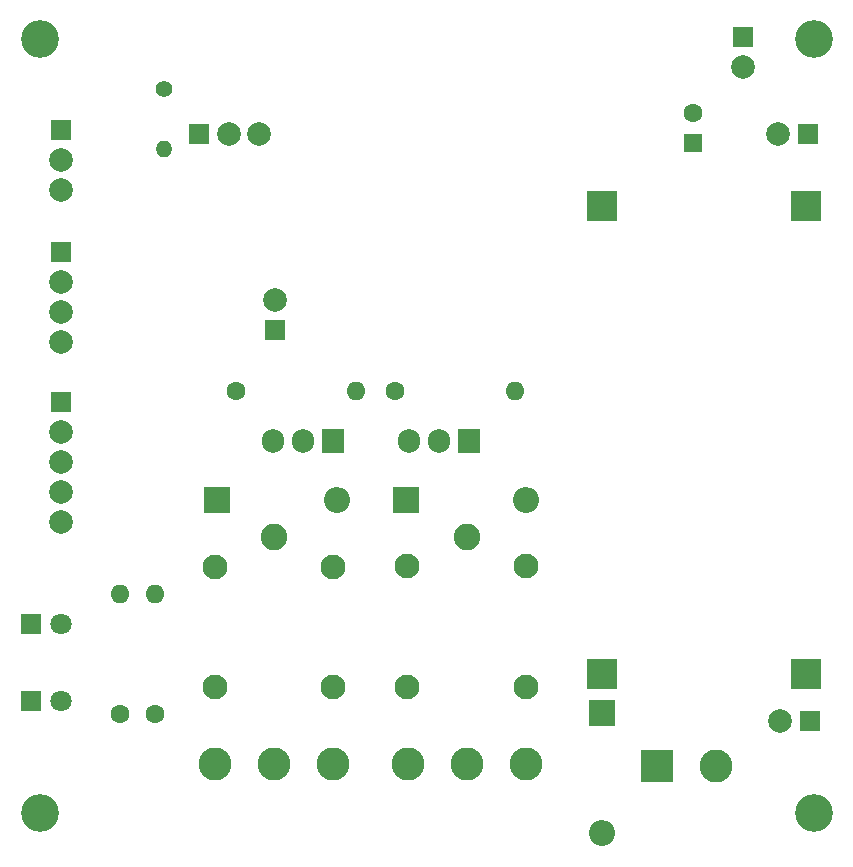
<source format=gbr>
%TF.GenerationSoftware,KiCad,Pcbnew,8.0.1*%
%TF.CreationDate,2024-09-28T14:19:56-03:00*%
%TF.ProjectId,AdeJiga,4164654a-6967-4612-9e6b-696361645f70,rev?*%
%TF.SameCoordinates,Original*%
%TF.FileFunction,Copper,L1,Top*%
%TF.FilePolarity,Positive*%
%FSLAX46Y46*%
G04 Gerber Fmt 4.6, Leading zero omitted, Abs format (unit mm)*
G04 Created by KiCad (PCBNEW 8.0.1) date 2024-09-28 14:19:56*
%MOMM*%
%LPD*%
G01*
G04 APERTURE LIST*
%TA.AperFunction,ComponentPad*%
%ADD10C,1.600000*%
%TD*%
%TA.AperFunction,ComponentPad*%
%ADD11O,1.600000X1.600000*%
%TD*%
%TA.AperFunction,ComponentPad*%
%ADD12R,1.700000X1.700000*%
%TD*%
%TA.AperFunction,ComponentPad*%
%ADD13C,2.000000*%
%TD*%
%TA.AperFunction,ComponentPad*%
%ADD14C,2.800000*%
%TD*%
%TA.AperFunction,ComponentPad*%
%ADD15R,1.905000X2.000000*%
%TD*%
%TA.AperFunction,ComponentPad*%
%ADD16O,1.905000X2.000000*%
%TD*%
%TA.AperFunction,ComponentPad*%
%ADD17R,2.200000X2.200000*%
%TD*%
%TA.AperFunction,ComponentPad*%
%ADD18O,2.200000X2.200000*%
%TD*%
%TA.AperFunction,ComponentPad*%
%ADD19C,3.200000*%
%TD*%
%TA.AperFunction,ComponentPad*%
%ADD20C,1.400000*%
%TD*%
%TA.AperFunction,ComponentPad*%
%ADD21O,1.400000X1.400000*%
%TD*%
%TA.AperFunction,ComponentPad*%
%ADD22R,2.500000X2.500000*%
%TD*%
%TA.AperFunction,ComponentPad*%
%ADD23C,2.250000*%
%TD*%
%TA.AperFunction,ComponentPad*%
%ADD24C,2.100000*%
%TD*%
%TA.AperFunction,ComponentPad*%
%ADD25R,1.600000X1.600000*%
%TD*%
%TA.AperFunction,ComponentPad*%
%ADD26R,2.800000X2.800000*%
%TD*%
%TA.AperFunction,ComponentPad*%
%ADD27R,1.800000X1.800000*%
%TD*%
%TA.AperFunction,ComponentPad*%
%ADD28C,1.800000*%
%TD*%
G04 APERTURE END LIST*
D10*
%TO.P,R4,1*%
%TO.N,Net-(D5-A)*%
X135000000Y-83360000D03*
D11*
%TO.P,R4,2*%
%TO.N,GPIO17*%
X135000000Y-73200000D03*
%TD*%
D12*
%TO.P,J5,1,Pin_1*%
%TO.N,GND*%
X145100000Y-50875000D03*
D13*
%TO.P,J5,2,Pin_2*%
%TO.N,boot*%
X145100000Y-48335000D03*
%TD*%
D14*
%TO.P,J1,1,Pin_1*%
%TO.N,Net-(J1-Pin_1)*%
X150040000Y-87600000D03*
%TO.P,J1,2,Pin_2*%
%TO.N,Net-(J1-Pin_2)*%
X145040000Y-87600000D03*
%TO.P,J1,3,Pin_3*%
%TO.N,Net-(J1-Pin_3)*%
X140040000Y-87600000D03*
%TD*%
D12*
%TO.P,J6,1,Pin_1*%
%TO.N,Net-(J6-Pin_1)*%
X138720000Y-34250000D03*
D13*
%TO.P,J6,2,Pin_2*%
%TO.N,RX*%
X141260000Y-34250000D03*
%TO.P,J6,3,Pin_3*%
%TO.N,TX*%
X143800000Y-34250000D03*
%TD*%
D14*
%TO.P,J3,1,Pin_1*%
%TO.N,Net-(J3-Pin_1)*%
X166400000Y-87600000D03*
%TO.P,J3,2,Pin_2*%
%TO.N,Net-(J3-Pin_2)*%
X161400000Y-87600000D03*
%TO.P,J3,3,Pin_3*%
%TO.N,Net-(J3-Pin_3)*%
X156400000Y-87600000D03*
%TD*%
D10*
%TO.P,R3,1*%
%TO.N,GPIO17*%
X155300000Y-56000000D03*
D11*
%TO.P,R3,2*%
%TO.N,Net-(Q3-B)*%
X165460000Y-56000000D03*
%TD*%
D15*
%TO.P,Q1,1,B*%
%TO.N,Net-(Q1-B)*%
X150000000Y-60250000D03*
D16*
%TO.P,Q1,2,C*%
%TO.N,Ativa_Rel\u00E9_1*%
X147460000Y-60250000D03*
%TO.P,Q1,3,E*%
%TO.N,GND*%
X144920000Y-60250000D03*
%TD*%
D17*
%TO.P,D1,1,K*%
%TO.N,+5V*%
X140170000Y-65250000D03*
D18*
%TO.P,D1,2,A*%
%TO.N,Ativa_Rel\u00E9_1*%
X150330000Y-65250000D03*
%TD*%
D19*
%TO.P,H1,*%
%TO.N,*%
X190750000Y-91750000D03*
%TD*%
D12*
%TO.P,J4,1,Pin_1*%
%TO.N,GPIOC*%
X127000000Y-56990000D03*
D13*
%TO.P,J4,2,Pin_2*%
%TO.N,GPIOB*%
X127000000Y-59530000D03*
%TO.P,J4,3,Pin_3*%
%TO.N,GPIOA*%
X127000000Y-62070000D03*
%TO.P,J4,4,Pin_4*%
%TO.N,GND*%
X127000000Y-64610000D03*
%TO.P,J4,5,Pin_5*%
%TO.N,+5V*%
X127000000Y-67150000D03*
%TD*%
D12*
%TO.P,J7,1,Pin_1*%
%TO.N,GND*%
X184750000Y-26060000D03*
D13*
%TO.P,J7,2,Pin_2*%
%TO.N,+3.3V*%
X184750000Y-28600000D03*
%TD*%
D20*
%TO.P,R5,1*%
%TO.N,GND*%
X135750000Y-30500000D03*
D21*
%TO.P,R5,2*%
%TO.N,Net-(J6-Pin_1)*%
X135750000Y-35580000D03*
%TD*%
D22*
%TO.P,M1,IN+,IN+*%
%TO.N,+24V*%
X172828000Y-80024000D03*
%TO.P,M1,IN-,IN-*%
%TO.N,GND*%
X190100000Y-80024000D03*
%TO.P,M1,OUT+,OUT+*%
%TO.N,+5V*%
X172828000Y-40400000D03*
%TO.P,M1,OUT-,OUT-*%
%TO.N,GND*%
X190100000Y-40400000D03*
%TD*%
D10*
%TO.P,R1,1*%
%TO.N,GPIO16*%
X141840000Y-56000000D03*
D11*
%TO.P,R1,2*%
%TO.N,Net-(Q1-B)*%
X152000000Y-56000000D03*
%TD*%
D23*
%TO.P,K2,1*%
%TO.N,Net-(J3-Pin_2)*%
X161340000Y-68370000D03*
D24*
%TO.P,K2,2*%
%TO.N,Ativa_Rel\u00E9_2*%
X166340000Y-70870000D03*
%TO.P,K2,3*%
%TO.N,Net-(J3-Pin_3)*%
X156340000Y-81070000D03*
%TO.P,K2,4*%
%TO.N,Net-(J3-Pin_1)*%
X166340000Y-81070000D03*
%TO.P,K2,5*%
%TO.N,+5V*%
X156340000Y-70870000D03*
%TD*%
D12*
%TO.P,J10,1,Pin_1*%
%TO.N,GND*%
X190250000Y-34250000D03*
D13*
%TO.P,J10,2,Pin_2*%
%TO.N,+5V*%
X187710000Y-34250000D03*
%TD*%
D15*
%TO.P,Q3,1,B*%
%TO.N,Net-(Q3-B)*%
X161580000Y-60250000D03*
D16*
%TO.P,Q3,2,C*%
%TO.N,Ativa_Rel\u00E9_2*%
X159040000Y-60250000D03*
%TO.P,Q3,3,E*%
%TO.N,GND*%
X156500000Y-60250000D03*
%TD*%
D25*
%TO.P,C3,1*%
%TO.N,+3.3V*%
X180500000Y-35000000D03*
D10*
%TO.P,C3,2*%
%TO.N,GND*%
X180500000Y-32500000D03*
%TD*%
D19*
%TO.P,H4,*%
%TO.N,*%
X125250000Y-26250000D03*
%TD*%
%TO.P,H2,*%
%TO.N,*%
X190750000Y-26250000D03*
%TD*%
D12*
%TO.P,J8,1,Pin_1*%
%TO.N,GND*%
X127000000Y-33960000D03*
D13*
%TO.P,J8,2,Pin_2*%
%TO.N,GPIOG*%
X127000000Y-36500000D03*
%TO.P,J8,3,Pin_3*%
%TO.N,GPIOH*%
X127000000Y-39040000D03*
%TD*%
D19*
%TO.P,H3,*%
%TO.N,*%
X125250000Y-91750000D03*
%TD*%
D17*
%TO.P,D2,1,K*%
%TO.N,+5V*%
X156180000Y-65250000D03*
D18*
%TO.P,D2,2,A*%
%TO.N,Ativa_Rel\u00E9_2*%
X166340000Y-65250000D03*
%TD*%
D17*
%TO.P,D4,1,K*%
%TO.N,+24V*%
X172800000Y-83320000D03*
D18*
%TO.P,D4,2,A*%
%TO.N,Net-(D4-A)*%
X172800000Y-93480000D03*
%TD*%
D14*
%TO.P,J2,2,Pin_2*%
%TO.N,Net-(J11-Pin_2)*%
X182500000Y-87750000D03*
D26*
%TO.P,J2,1,Pin_1*%
%TO.N,GND*%
X177500000Y-87750000D03*
%TD*%
D27*
%TO.P,D5,1,K*%
%TO.N,GND*%
X124460000Y-75750000D03*
D28*
%TO.P,D5,2,A*%
%TO.N,Net-(D5-A)*%
X127000000Y-75750000D03*
%TD*%
D27*
%TO.P,D3,1,K*%
%TO.N,GND*%
X124460000Y-82250000D03*
D28*
%TO.P,D3,2,A*%
%TO.N,Net-(D3-A)*%
X127000000Y-82250000D03*
%TD*%
D12*
%TO.P,J11,1,Pin_1*%
%TO.N,Net-(D4-A)*%
X190400000Y-84000000D03*
D13*
%TO.P,J11,2,Pin_2*%
%TO.N,Net-(J11-Pin_2)*%
X187860000Y-84000000D03*
%TD*%
D12*
%TO.P,J9,1,Pin_1*%
%TO.N,GND*%
X127000000Y-44240000D03*
D13*
%TO.P,J9,2,Pin_2*%
%TO.N,GPIOF*%
X127000000Y-46780000D03*
%TO.P,J9,3,Pin_3*%
%TO.N,GPIOE*%
X127000000Y-49320000D03*
%TO.P,J9,4,Pin_4*%
%TO.N,GPIOD*%
X127000000Y-51860000D03*
%TD*%
D10*
%TO.P,R2,1*%
%TO.N,Net-(D3-A)*%
X132000000Y-83360000D03*
D11*
%TO.P,R2,2*%
%TO.N,GPIO16*%
X132000000Y-73200000D03*
%TD*%
D23*
%TO.P,K1,1*%
%TO.N,Net-(J1-Pin_2)*%
X145040000Y-68420000D03*
D24*
%TO.P,K1,2*%
%TO.N,Ativa_Rel\u00E9_1*%
X150040000Y-70920000D03*
%TO.P,K1,3*%
%TO.N,Net-(J1-Pin_3)*%
X140040000Y-81120000D03*
%TO.P,K1,4*%
%TO.N,Net-(J1-Pin_1)*%
X150040000Y-81120000D03*
%TO.P,K1,5*%
%TO.N,+5V*%
X140040000Y-70920000D03*
%TD*%
M02*

</source>
